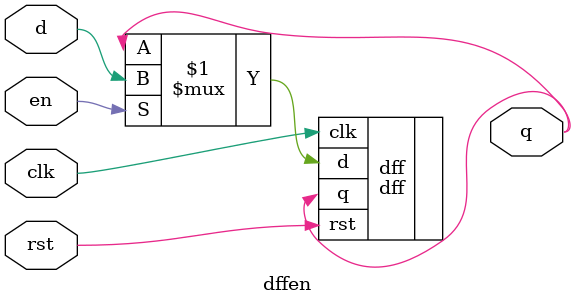
<source format=v>
module dffen(q, d, en, clk, rst);
  output q;
  input d;
  input en;
  input clk;
  input rst;
  
  dff dff(.q (q), .d (en ? d : q), .clk (clk), .rst (rst));
  
endmodule

</source>
